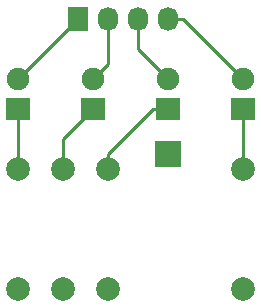
<source format=gtl>
G04 #@! TF.FileFunction,Copper,L1,Top,Signal*
%FSLAX46Y46*%
G04 Gerber Fmt 4.6, Leading zero omitted, Abs format (unit mm)*
G04 Created by KiCad (PCBNEW 4.0.0-stable) date Wednesday, December 30, 2015 'PMt' 09:04:51 PM*
%MOMM*%
G01*
G04 APERTURE LIST*
%ADD10C,0.100000*%
%ADD11R,2.000000X1.900000*%
%ADD12C,1.900000*%
%ADD13R,1.727200X2.032000*%
%ADD14O,1.727200X2.032000*%
%ADD15R,2.235200X2.235200*%
%ADD16C,1.998980*%
%ADD17C,0.250000*%
G04 APERTURE END LIST*
D10*
D11*
X138430000Y-97790000D03*
D12*
X138430000Y-95250000D03*
D11*
X144780000Y-97790000D03*
D12*
X144780000Y-95250000D03*
D11*
X151130000Y-97790000D03*
D12*
X151130000Y-95250000D03*
D11*
X157480000Y-97790000D03*
D12*
X157480000Y-95250000D03*
D13*
X143510000Y-90170000D03*
D14*
X146050000Y-90170000D03*
X148590000Y-90170000D03*
X151130000Y-90170000D03*
D15*
X151130000Y-101600000D03*
D16*
X138430000Y-102870000D03*
X138430000Y-113030000D03*
X142240000Y-102870000D03*
X142240000Y-113030000D03*
X146050000Y-102870000D03*
X146050000Y-113030000D03*
X157480000Y-102870000D03*
X157480000Y-113030000D03*
D17*
X138430000Y-102870000D02*
X138430000Y-97790000D01*
X143510000Y-90170000D02*
X138430000Y-95250000D01*
X142240000Y-102870000D02*
X142240000Y-100330000D01*
X142240000Y-100330000D02*
X144780000Y-97790000D01*
X146050000Y-90170000D02*
X146050000Y-93980000D01*
X146050000Y-93980000D02*
X144780000Y-95250000D01*
X146050000Y-102870000D02*
X146050000Y-101600000D01*
X149860000Y-97790000D02*
X151130000Y-97790000D01*
X146050000Y-101600000D02*
X149860000Y-97790000D01*
X148590000Y-90170000D02*
X148590000Y-92710000D01*
X148590000Y-92710000D02*
X151130000Y-95250000D01*
X157480000Y-102870000D02*
X157480000Y-97790000D01*
X151130000Y-90170000D02*
X152400000Y-90170000D01*
X152400000Y-90170000D02*
X157480000Y-95250000D01*
M02*

</source>
